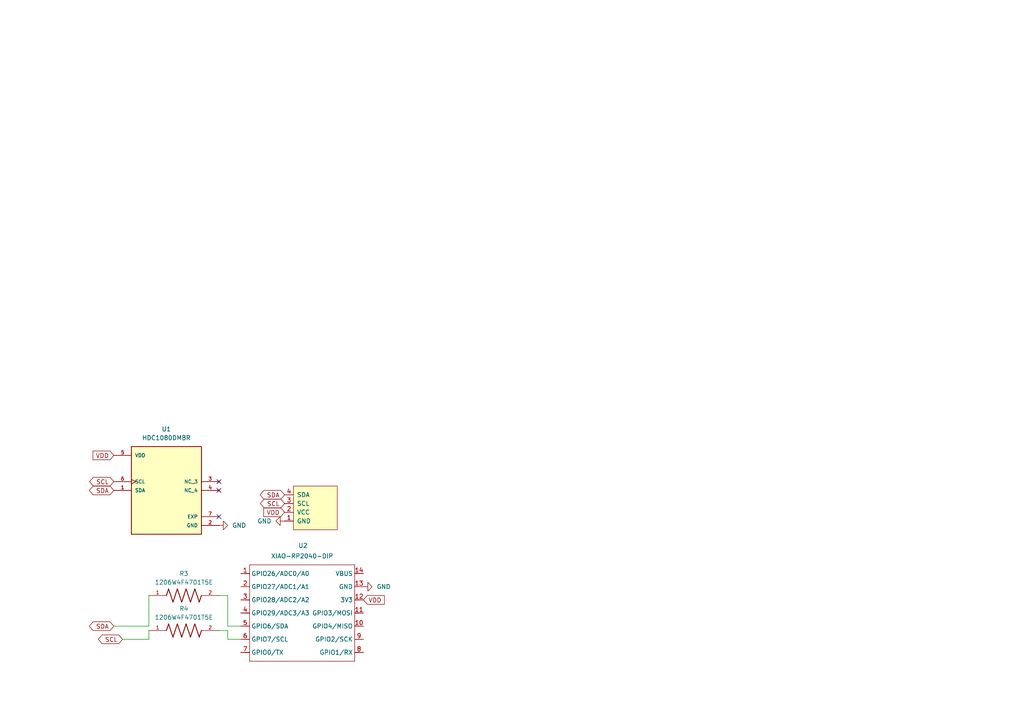
<source format=kicad_sch>
(kicad_sch
	(version 20250114)
	(generator "eeschema")
	(generator_version "9.0")
	(uuid "a192829c-83aa-4da7-8796-2d271751e59e")
	(paper "A4")
	(lib_symbols
		(symbol "SSD1306-128x64_OLED:SSD1306"
			(pin_names
				(offset 1.016)
			)
			(exclude_from_sim no)
			(in_bom yes)
			(on_board yes)
			(property "Reference" "Brd"
				(at 0 -3.81 0)
				(effects
					(font
						(size 1.27 1.27)
					)
				)
			)
			(property "Value" "SSD1306"
				(at 0 -1.27 0)
				(effects
					(font
						(size 1.27 1.27)
					)
				)
			)
			(property "Footprint" ""
				(at 0 6.35 0)
				(effects
					(font
						(size 1.27 1.27)
					)
					(hide yes)
				)
			)
			(property "Datasheet" ""
				(at 0 6.35 0)
				(effects
					(font
						(size 1.27 1.27)
					)
					(hide yes)
				)
			)
			(property "Description" "SSD1306 OLED"
				(at 0 0 0)
				(effects
					(font
						(size 1.27 1.27)
					)
					(hide yes)
				)
			)
			(property "ki_keywords" "SSD1306"
				(at 0 0 0)
				(effects
					(font
						(size 1.27 1.27)
					)
					(hide yes)
				)
			)
			(property "ki_fp_filters" "SSD1306-128x64_OLED:SSD1306"
				(at 0 0 0)
				(effects
					(font
						(size 1.27 1.27)
					)
					(hide yes)
				)
			)
			(symbol "SSD1306_0_1"
				(rectangle
					(start -6.35 6.35)
					(end 6.35 -6.35)
					(stroke
						(width 0)
						(type solid)
					)
					(fill
						(type background)
					)
				)
			)
			(symbol "SSD1306_1_1"
				(pin input line
					(at -3.81 8.89 270)
					(length 2.54)
					(name "GND"
						(effects
							(font
								(size 1.27 1.27)
							)
						)
					)
					(number "1"
						(effects
							(font
								(size 1.27 1.27)
							)
						)
					)
				)
				(pin input line
					(at -1.27 8.89 270)
					(length 2.54)
					(name "VCC"
						(effects
							(font
								(size 1.27 1.27)
							)
						)
					)
					(number "2"
						(effects
							(font
								(size 1.27 1.27)
							)
						)
					)
				)
				(pin input line
					(at 1.27 8.89 270)
					(length 2.54)
					(name "SCL"
						(effects
							(font
								(size 1.27 1.27)
							)
						)
					)
					(number "3"
						(effects
							(font
								(size 1.27 1.27)
							)
						)
					)
				)
				(pin input line
					(at 3.81 8.89 270)
					(length 2.54)
					(name "SDA"
						(effects
							(font
								(size 1.27 1.27)
							)
						)
					)
					(number "4"
						(effects
							(font
								(size 1.27 1.27)
							)
						)
					)
				)
			)
			(embedded_fonts no)
		)
		(symbol "Seeed_Studio_XIAO_Series:XIAO-RP2040-DIP"
			(exclude_from_sim no)
			(in_bom yes)
			(on_board yes)
			(property "Reference" "U"
				(at 0 0 0)
				(effects
					(font
						(size 1.27 1.27)
					)
				)
			)
			(property "Value" "XIAO-RP2040-DIP"
				(at 5.334 -1.778 0)
				(effects
					(font
						(size 1.27 1.27)
					)
				)
			)
			(property "Footprint" "Module:MOUDLE14P-XIAO-DIP-SMD"
				(at 14.478 -32.258 0)
				(effects
					(font
						(size 1.27 1.27)
					)
					(hide yes)
				)
			)
			(property "Datasheet" ""
				(at 0 0 0)
				(effects
					(font
						(size 1.27 1.27)
					)
					(hide yes)
				)
			)
			(property "Description" ""
				(at 0 0 0)
				(effects
					(font
						(size 1.27 1.27)
					)
					(hide yes)
				)
			)
			(symbol "XIAO-RP2040-DIP_1_0"
				(polyline
					(pts
						(xy -1.27 -2.54) (xy 29.21 -2.54)
					)
					(stroke
						(width 0.1524)
						(type solid)
					)
					(fill
						(type none)
					)
				)
				(polyline
					(pts
						(xy -1.27 -5.08) (xy -2.54 -5.08)
					)
					(stroke
						(width 0.1524)
						(type solid)
					)
					(fill
						(type none)
					)
				)
				(polyline
					(pts
						(xy -1.27 -5.08) (xy -1.27 -2.54)
					)
					(stroke
						(width 0.1524)
						(type solid)
					)
					(fill
						(type none)
					)
				)
				(polyline
					(pts
						(xy -1.27 -8.89) (xy -2.54 -8.89)
					)
					(stroke
						(width 0.1524)
						(type solid)
					)
					(fill
						(type none)
					)
				)
				(polyline
					(pts
						(xy -1.27 -8.89) (xy -1.27 -5.08)
					)
					(stroke
						(width 0.1524)
						(type solid)
					)
					(fill
						(type none)
					)
				)
				(polyline
					(pts
						(xy -1.27 -12.7) (xy -2.54 -12.7)
					)
					(stroke
						(width 0.1524)
						(type solid)
					)
					(fill
						(type none)
					)
				)
				(polyline
					(pts
						(xy -1.27 -12.7) (xy -1.27 -8.89)
					)
					(stroke
						(width 0.1524)
						(type solid)
					)
					(fill
						(type none)
					)
				)
				(polyline
					(pts
						(xy -1.27 -16.51) (xy -2.54 -16.51)
					)
					(stroke
						(width 0.1524)
						(type solid)
					)
					(fill
						(type none)
					)
				)
				(polyline
					(pts
						(xy -1.27 -16.51) (xy -1.27 -12.7)
					)
					(stroke
						(width 0.1524)
						(type solid)
					)
					(fill
						(type none)
					)
				)
				(polyline
					(pts
						(xy -1.27 -20.32) (xy -2.54 -20.32)
					)
					(stroke
						(width 0.1524)
						(type solid)
					)
					(fill
						(type none)
					)
				)
				(polyline
					(pts
						(xy -1.27 -24.13) (xy -2.54 -24.13)
					)
					(stroke
						(width 0.1524)
						(type solid)
					)
					(fill
						(type none)
					)
				)
				(polyline
					(pts
						(xy -1.27 -27.94) (xy -2.54 -27.94)
					)
					(stroke
						(width 0.1524)
						(type solid)
					)
					(fill
						(type none)
					)
				)
				(polyline
					(pts
						(xy -1.27 -30.48) (xy -1.27 -16.51)
					)
					(stroke
						(width 0.1524)
						(type solid)
					)
					(fill
						(type none)
					)
				)
				(polyline
					(pts
						(xy 29.21 -2.54) (xy 29.21 -5.08)
					)
					(stroke
						(width 0.1524)
						(type solid)
					)
					(fill
						(type none)
					)
				)
				(polyline
					(pts
						(xy 29.21 -5.08) (xy 29.21 -8.89)
					)
					(stroke
						(width 0.1524)
						(type solid)
					)
					(fill
						(type none)
					)
				)
				(polyline
					(pts
						(xy 29.21 -8.89) (xy 29.21 -12.7)
					)
					(stroke
						(width 0.1524)
						(type solid)
					)
					(fill
						(type none)
					)
				)
				(polyline
					(pts
						(xy 29.21 -12.7) (xy 29.21 -30.48)
					)
					(stroke
						(width 0.1524)
						(type solid)
					)
					(fill
						(type none)
					)
				)
				(polyline
					(pts
						(xy 29.21 -30.48) (xy -1.27 -30.48)
					)
					(stroke
						(width 0.1524)
						(type solid)
					)
					(fill
						(type none)
					)
				)
				(polyline
					(pts
						(xy 30.48 -5.08) (xy 29.21 -5.08)
					)
					(stroke
						(width 0.1524)
						(type solid)
					)
					(fill
						(type none)
					)
				)
				(polyline
					(pts
						(xy 30.48 -8.89) (xy 29.21 -8.89)
					)
					(stroke
						(width 0.1524)
						(type solid)
					)
					(fill
						(type none)
					)
				)
				(polyline
					(pts
						(xy 30.48 -12.7) (xy 29.21 -12.7)
					)
					(stroke
						(width 0.1524)
						(type solid)
					)
					(fill
						(type none)
					)
				)
				(polyline
					(pts
						(xy 30.48 -16.51) (xy 29.21 -16.51)
					)
					(stroke
						(width 0.1524)
						(type solid)
					)
					(fill
						(type none)
					)
				)
				(polyline
					(pts
						(xy 30.48 -20.32) (xy 29.21 -20.32)
					)
					(stroke
						(width 0.1524)
						(type solid)
					)
					(fill
						(type none)
					)
				)
				(polyline
					(pts
						(xy 30.48 -24.13) (xy 29.21 -24.13)
					)
					(stroke
						(width 0.1524)
						(type solid)
					)
					(fill
						(type none)
					)
				)
				(polyline
					(pts
						(xy 30.48 -27.94) (xy 29.21 -27.94)
					)
					(stroke
						(width 0.1524)
						(type solid)
					)
					(fill
						(type none)
					)
				)
				(pin passive line
					(at -3.81 -5.08 0)
					(length 2.54)
					(name "GPIO26/ADC0/A0"
						(effects
							(font
								(size 1.27 1.27)
							)
						)
					)
					(number "1"
						(effects
							(font
								(size 1.27 1.27)
							)
						)
					)
				)
				(pin passive line
					(at -3.81 -8.89 0)
					(length 2.54)
					(name "GPIO27/ADC1/A1"
						(effects
							(font
								(size 1.27 1.27)
							)
						)
					)
					(number "2"
						(effects
							(font
								(size 1.27 1.27)
							)
						)
					)
				)
				(pin passive line
					(at -3.81 -12.7 0)
					(length 2.54)
					(name "GPIO28/ADC2/A2"
						(effects
							(font
								(size 1.27 1.27)
							)
						)
					)
					(number "3"
						(effects
							(font
								(size 1.27 1.27)
							)
						)
					)
				)
				(pin passive line
					(at -3.81 -16.51 0)
					(length 2.54)
					(name "GPIO29/ADC3/A3"
						(effects
							(font
								(size 1.27 1.27)
							)
						)
					)
					(number "4"
						(effects
							(font
								(size 1.27 1.27)
							)
						)
					)
				)
				(pin passive line
					(at -3.81 -20.32 0)
					(length 2.54)
					(name "GPIO6/SDA"
						(effects
							(font
								(size 1.27 1.27)
							)
						)
					)
					(number "5"
						(effects
							(font
								(size 1.27 1.27)
							)
						)
					)
				)
				(pin passive line
					(at -3.81 -24.13 0)
					(length 2.54)
					(name "GPIO7/SCL"
						(effects
							(font
								(size 1.27 1.27)
							)
						)
					)
					(number "6"
						(effects
							(font
								(size 1.27 1.27)
							)
						)
					)
				)
				(pin passive line
					(at -3.81 -27.94 0)
					(length 2.54)
					(name "GPIO0/TX"
						(effects
							(font
								(size 1.27 1.27)
							)
						)
					)
					(number "7"
						(effects
							(font
								(size 1.27 1.27)
							)
						)
					)
				)
				(pin passive line
					(at 31.75 -5.08 180)
					(length 2.54)
					(name "VBUS"
						(effects
							(font
								(size 1.27 1.27)
							)
						)
					)
					(number "14"
						(effects
							(font
								(size 1.27 1.27)
							)
						)
					)
				)
				(pin passive line
					(at 31.75 -8.89 180)
					(length 2.54)
					(name "GND"
						(effects
							(font
								(size 1.27 1.27)
							)
						)
					)
					(number "13"
						(effects
							(font
								(size 1.27 1.27)
							)
						)
					)
				)
				(pin passive line
					(at 31.75 -12.7 180)
					(length 2.54)
					(name "3V3"
						(effects
							(font
								(size 1.27 1.27)
							)
						)
					)
					(number "12"
						(effects
							(font
								(size 1.27 1.27)
							)
						)
					)
				)
				(pin passive line
					(at 31.75 -16.51 180)
					(length 2.54)
					(name "GPIO3/MOSI"
						(effects
							(font
								(size 1.27 1.27)
							)
						)
					)
					(number "11"
						(effects
							(font
								(size 1.27 1.27)
							)
						)
					)
				)
				(pin passive line
					(at 31.75 -20.32 180)
					(length 2.54)
					(name "GPIO4/MISO"
						(effects
							(font
								(size 1.27 1.27)
							)
						)
					)
					(number "10"
						(effects
							(font
								(size 1.27 1.27)
							)
						)
					)
				)
				(pin passive line
					(at 31.75 -24.13 180)
					(length 2.54)
					(name "GPIO2/SCK"
						(effects
							(font
								(size 1.27 1.27)
							)
						)
					)
					(number "9"
						(effects
							(font
								(size 1.27 1.27)
							)
						)
					)
				)
				(pin passive line
					(at 31.75 -27.94 180)
					(length 2.54)
					(name "GPIO1/RX"
						(effects
							(font
								(size 1.27 1.27)
							)
						)
					)
					(number "8"
						(effects
							(font
								(size 1.27 1.27)
							)
						)
					)
				)
			)
			(embedded_fonts no)
		)
		(symbol "eeeeeeeeeeee:HDC1080DMBR"
			(pin_names
				(offset 1.016)
			)
			(exclude_from_sim no)
			(in_bom yes)
			(on_board yes)
			(property "Reference" "U"
				(at -10.16 13.97 0)
				(effects
					(font
						(size 1.27 1.27)
					)
					(justify left bottom)
				)
			)
			(property "Value" "HDC1080DMBR"
				(at -10.16 -15.24 0)
				(effects
					(font
						(size 1.27 1.27)
					)
					(justify left bottom)
				)
			)
			(property "Footprint" "HDC1080DMBR:SON100P300X300X80-7N"
				(at 0 0 0)
				(effects
					(font
						(size 1.27 1.27)
					)
					(justify bottom)
					(hide yes)
				)
			)
			(property "Datasheet" ""
				(at 0 0 0)
				(effects
					(font
						(size 1.27 1.27)
					)
					(hide yes)
				)
			)
			(property "Description" ""
				(at 0 0 0)
				(effects
					(font
						(size 1.27 1.27)
					)
					(hide yes)
				)
			)
			(property "MF" "Texas Instruments"
				(at 0 0 0)
				(effects
					(font
						(size 1.27 1.27)
					)
					(justify bottom)
					(hide yes)
				)
			)
			(property "MAXIMUM_PACKAGE_HEIGHT" "0.8 mm"
				(at 0 0 0)
				(effects
					(font
						(size 1.27 1.27)
					)
					(justify bottom)
					(hide yes)
				)
			)
			(property "Package" "WSON-6 Texas Instruments"
				(at 0 0 0)
				(effects
					(font
						(size 1.27 1.27)
					)
					(justify bottom)
					(hide yes)
				)
			)
			(property "Price" "None"
				(at 0 0 0)
				(effects
					(font
						(size 1.27 1.27)
					)
					(justify bottom)
					(hide yes)
				)
			)
			(property "Check_prices" "https://www.snapeda.com/parts/HDC1080DMBR/Texas+Instruments/view-part/?ref=eda"
				(at 0 0 0)
				(effects
					(font
						(size 1.27 1.27)
					)
					(justify bottom)
					(hide yes)
				)
			)
			(property "STANDARD" "Manufacturer Recommendations"
				(at 0 0 0)
				(effects
					(font
						(size 1.27 1.27)
					)
					(justify bottom)
					(hide yes)
				)
			)
			(property "PARTREV" "A"
				(at 0 0 0)
				(effects
					(font
						(size 1.27 1.27)
					)
					(justify bottom)
					(hide yes)
				)
			)
			(property "SnapEDA_Link" "https://www.snapeda.com/parts/HDC1080DMBR/Texas+Instruments/view-part/?ref=snap"
				(at 0 0 0)
				(effects
					(font
						(size 1.27 1.27)
					)
					(justify bottom)
					(hide yes)
				)
			)
			(property "MP" "HDC1080DMBR"
				(at 0 0 0)
				(effects
					(font
						(size 1.27 1.27)
					)
					(justify bottom)
					(hide yes)
				)
			)
			(property "Description_1" "2% RH low-power digital relative humidity sensor"
				(at 0 0 0)
				(effects
					(font
						(size 1.27 1.27)
					)
					(justify bottom)
					(hide yes)
				)
			)
			(property "Availability" "In Stock"
				(at 0 0 0)
				(effects
					(font
						(size 1.27 1.27)
					)
					(justify bottom)
					(hide yes)
				)
			)
			(property "MANUFACTURER" "Texas Instruments"
				(at 0 0 0)
				(effects
					(font
						(size 1.27 1.27)
					)
					(justify bottom)
					(hide yes)
				)
			)
			(symbol "HDC1080DMBR_0_0"
				(rectangle
					(start -10.16 -12.7)
					(end 10.16 12.7)
					(stroke
						(width 0.254)
						(type default)
					)
					(fill
						(type background)
					)
				)
				(pin power_in line
					(at -15.24 10.16 0)
					(length 5.08)
					(name "VDD"
						(effects
							(font
								(size 1.016 1.016)
							)
						)
					)
					(number "5"
						(effects
							(font
								(size 1.016 1.016)
							)
						)
					)
				)
				(pin input clock
					(at -15.24 2.54 0)
					(length 5.08)
					(name "SCL"
						(effects
							(font
								(size 1.016 1.016)
							)
						)
					)
					(number "6"
						(effects
							(font
								(size 1.016 1.016)
							)
						)
					)
				)
				(pin bidirectional line
					(at -15.24 0 0)
					(length 5.08)
					(name "SDA"
						(effects
							(font
								(size 1.016 1.016)
							)
						)
					)
					(number "1"
						(effects
							(font
								(size 1.016 1.016)
							)
						)
					)
				)
				(pin no_connect line
					(at 15.24 2.54 180)
					(length 5.08)
					(name "NC_3"
						(effects
							(font
								(size 1.016 1.016)
							)
						)
					)
					(number "3"
						(effects
							(font
								(size 1.016 1.016)
							)
						)
					)
				)
				(pin no_connect line
					(at 15.24 0 180)
					(length 5.08)
					(name "NC_4"
						(effects
							(font
								(size 1.016 1.016)
							)
						)
					)
					(number "4"
						(effects
							(font
								(size 1.016 1.016)
							)
						)
					)
				)
				(pin passive line
					(at 15.24 -7.62 180)
					(length 5.08)
					(name "EXP"
						(effects
							(font
								(size 1.016 1.016)
							)
						)
					)
					(number "7"
						(effects
							(font
								(size 1.016 1.016)
							)
						)
					)
				)
				(pin power_in line
					(at 15.24 -10.16 180)
					(length 5.08)
					(name "GND"
						(effects
							(font
								(size 1.016 1.016)
							)
						)
					)
					(number "2"
						(effects
							(font
								(size 1.016 1.016)
							)
						)
					)
				)
			)
			(embedded_fonts no)
		)
		(symbol "gra:1206W4F4701T5E"
			(pin_names
				(offset 1.016)
			)
			(exclude_from_sim no)
			(in_bom yes)
			(on_board yes)
			(property "Reference" "R"
				(at -5.08 2.54 0)
				(effects
					(font
						(size 1.27 1.27)
					)
					(justify left bottom)
				)
			)
			(property "Value" "1206W4F4701T5E"
				(at -5.08 -3.81 0)
				(effects
					(font
						(size 1.27 1.27)
					)
					(justify left bottom)
				)
			)
			(property "Footprint" "1206W4F4701T5E:RESC3115X65N"
				(at 0 0 0)
				(effects
					(font
						(size 1.27 1.27)
					)
					(justify bottom)
					(hide yes)
				)
			)
			(property "Datasheet" ""
				(at 0 0 0)
				(effects
					(font
						(size 1.27 1.27)
					)
					(hide yes)
				)
			)
			(property "Description" ""
				(at 0 0 0)
				(effects
					(font
						(size 1.27 1.27)
					)
					(hide yes)
				)
			)
			(property "MF" "Uni-Royal"
				(at 0 0 0)
				(effects
					(font
						(size 1.27 1.27)
					)
					(justify bottom)
					(hide yes)
				)
			)
			(property "MAXIMUM_PACKAGE_HEIGHT" "0.65mm"
				(at 0 0 0)
				(effects
					(font
						(size 1.27 1.27)
					)
					(justify bottom)
					(hide yes)
				)
			)
			(property "Package" "1206-2 ROYAL"
				(at 0 0 0)
				(effects
					(font
						(size 1.27 1.27)
					)
					(justify bottom)
					(hide yes)
				)
			)
			(property "Price" "None"
				(at 0 0 0)
				(effects
					(font
						(size 1.27 1.27)
					)
					(justify bottom)
					(hide yes)
				)
			)
			(property "Check_prices" "https://www.snapeda.com/parts/1206W4F4701T5E/Uni-Royal/view-part/?ref=eda"
				(at 0 0 0)
				(effects
					(font
						(size 1.27 1.27)
					)
					(justify bottom)
					(hide yes)
				)
			)
			(property "STANDARD" "IPC-7351B"
				(at 0 0 0)
				(effects
					(font
						(size 1.27 1.27)
					)
					(justify bottom)
					(hide yes)
				)
			)
			(property "PARTREV" "V3"
				(at 0 0 0)
				(effects
					(font
						(size 1.27 1.27)
					)
					(justify bottom)
					(hide yes)
				)
			)
			(property "SnapEDA_Link" "https://www.snapeda.com/parts/1206W4F4701T5E/Uni-Royal/view-part/?ref=snap"
				(at 0 0 0)
				(effects
					(font
						(size 1.27 1.27)
					)
					(justify bottom)
					(hide yes)
				)
			)
			(property "MP" "1206W4F4701T5E"
				(at 0 0 0)
				(effects
					(font
						(size 1.27 1.27)
					)
					(justify bottom)
					(hide yes)
				)
			)
			(property "Description_1" "4.7K Ohm 1/4W Thick Film Resistor 1206 Chip - Surface Mount"
				(at 0 0 0)
				(effects
					(font
						(size 1.27 1.27)
					)
					(justify bottom)
					(hide yes)
				)
			)
			(property "Availability" "Not in stock"
				(at 0 0 0)
				(effects
					(font
						(size 1.27 1.27)
					)
					(justify bottom)
					(hide yes)
				)
			)
			(property "MANUFACTURER" "Uni-Royal"
				(at 0 0 0)
				(effects
					(font
						(size 1.27 1.27)
					)
					(justify bottom)
					(hide yes)
				)
			)
			(symbol "1206W4F4701T5E_0_0"
				(polyline
					(pts
						(xy -5.08 0) (xy -4.445 1.905)
					)
					(stroke
						(width 0.254)
						(type default)
					)
					(fill
						(type none)
					)
				)
				(polyline
					(pts
						(xy -4.445 1.905) (xy -3.175 -1.905)
					)
					(stroke
						(width 0.254)
						(type default)
					)
					(fill
						(type none)
					)
				)
				(polyline
					(pts
						(xy -3.175 -1.905) (xy -1.905 1.905)
					)
					(stroke
						(width 0.254)
						(type default)
					)
					(fill
						(type none)
					)
				)
				(polyline
					(pts
						(xy -1.905 1.905) (xy -0.635 -1.905)
					)
					(stroke
						(width 0.254)
						(type default)
					)
					(fill
						(type none)
					)
				)
				(polyline
					(pts
						(xy -0.635 -1.905) (xy 0.635 1.905)
					)
					(stroke
						(width 0.254)
						(type default)
					)
					(fill
						(type none)
					)
				)
				(polyline
					(pts
						(xy 0.635 1.905) (xy 1.905 -1.905)
					)
					(stroke
						(width 0.254)
						(type default)
					)
					(fill
						(type none)
					)
				)
				(polyline
					(pts
						(xy 1.905 -1.905) (xy 3.175 1.905)
					)
					(stroke
						(width 0.254)
						(type default)
					)
					(fill
						(type none)
					)
				)
				(polyline
					(pts
						(xy 3.175 1.905) (xy 4.445 -1.905)
					)
					(stroke
						(width 0.254)
						(type default)
					)
					(fill
						(type none)
					)
				)
				(polyline
					(pts
						(xy 4.445 -1.905) (xy 5.08 0)
					)
					(stroke
						(width 0.254)
						(type default)
					)
					(fill
						(type none)
					)
				)
				(pin passive line
					(at -10.16 0 0)
					(length 5.08)
					(name "~"
						(effects
							(font
								(size 1.016 1.016)
							)
						)
					)
					(number "1"
						(effects
							(font
								(size 1.016 1.016)
							)
						)
					)
				)
				(pin passive line
					(at 10.16 0 180)
					(length 5.08)
					(name "~"
						(effects
							(font
								(size 1.016 1.016)
							)
						)
					)
					(number "2"
						(effects
							(font
								(size 1.016 1.016)
							)
						)
					)
				)
			)
			(embedded_fonts no)
		)
		(symbol "power:GND"
			(power)
			(pin_numbers
				(hide yes)
			)
			(pin_names
				(offset 0)
				(hide yes)
			)
			(exclude_from_sim no)
			(in_bom yes)
			(on_board yes)
			(property "Reference" "#PWR"
				(at 0 -6.35 0)
				(effects
					(font
						(size 1.27 1.27)
					)
					(hide yes)
				)
			)
			(property "Value" "GND"
				(at 0 -3.81 0)
				(effects
					(font
						(size 1.27 1.27)
					)
				)
			)
			(property "Footprint" ""
				(at 0 0 0)
				(effects
					(font
						(size 1.27 1.27)
					)
					(hide yes)
				)
			)
			(property "Datasheet" ""
				(at 0 0 0)
				(effects
					(font
						(size 1.27 1.27)
					)
					(hide yes)
				)
			)
			(property "Description" "Power symbol creates a global label with name \"GND\" , ground"
				(at 0 0 0)
				(effects
					(font
						(size 1.27 1.27)
					)
					(hide yes)
				)
			)
			(property "ki_keywords" "global power"
				(at 0 0 0)
				(effects
					(font
						(size 1.27 1.27)
					)
					(hide yes)
				)
			)
			(symbol "GND_0_1"
				(polyline
					(pts
						(xy 0 0) (xy 0 -1.27) (xy 1.27 -1.27) (xy 0 -2.54) (xy -1.27 -1.27) (xy 0 -1.27)
					)
					(stroke
						(width 0)
						(type default)
					)
					(fill
						(type none)
					)
				)
			)
			(symbol "GND_1_1"
				(pin power_in line
					(at 0 0 270)
					(length 0)
					(name "~"
						(effects
							(font
								(size 1.27 1.27)
							)
						)
					)
					(number "1"
						(effects
							(font
								(size 1.27 1.27)
							)
						)
					)
				)
			)
			(embedded_fonts no)
		)
	)
	(no_connect
		(at 63.5 149.86)
		(uuid "2fed03b4-0972-41fe-ae14-f7e7d9d43ad3")
	)
	(no_connect
		(at 63.5 139.7)
		(uuid "9a378e66-e967-4a5f-b0c8-b6567bfc4027")
	)
	(no_connect
		(at 63.5 142.24)
		(uuid "ae0d0cee-08cb-4466-9383-4402ade3ad43")
	)
	(wire
		(pts
			(xy 63.5 172.72) (xy 66.04 172.72)
		)
		(stroke
			(width 0)
			(type default)
		)
		(uuid "14ddf993-4d4a-458c-95d6-1b7c79feb976")
	)
	(wire
		(pts
			(xy 43.18 181.61) (xy 33.02 181.61)
		)
		(stroke
			(width 0)
			(type default)
		)
		(uuid "1a53378f-6011-45cb-a233-0b9fda642e82")
	)
	(wire
		(pts
			(xy 66.04 185.42) (xy 69.85 185.42)
		)
		(stroke
			(width 0)
			(type default)
		)
		(uuid "249615e9-4423-4560-9270-3a481169a23f")
	)
	(wire
		(pts
			(xy 63.5 182.88) (xy 66.04 182.88)
		)
		(stroke
			(width 0)
			(type default)
		)
		(uuid "422a2fe5-27d7-425f-9e81-8839c2adca7d")
	)
	(wire
		(pts
			(xy 43.18 182.88) (xy 43.18 185.42)
		)
		(stroke
			(width 0)
			(type default)
		)
		(uuid "496100b7-19c3-4217-920e-64b27fe20749")
	)
	(wire
		(pts
			(xy 66.04 172.72) (xy 66.04 181.61)
		)
		(stroke
			(width 0)
			(type default)
		)
		(uuid "990932dd-3af2-4ad0-b7ff-7bb608115ce9")
	)
	(wire
		(pts
			(xy 66.04 181.61) (xy 69.85 181.61)
		)
		(stroke
			(width 0)
			(type default)
		)
		(uuid "ab85c39d-8f46-45f8-b431-3567cdf18f5f")
	)
	(wire
		(pts
			(xy 66.04 182.88) (xy 66.04 185.42)
		)
		(stroke
			(width 0)
			(type default)
		)
		(uuid "bf3f1794-be43-47a6-ae80-0bf489b41eb2")
	)
	(wire
		(pts
			(xy 43.18 185.42) (xy 35.56 185.42)
		)
		(stroke
			(width 0)
			(type default)
		)
		(uuid "d344b884-738f-420b-910c-98c1c9acb4e1")
	)
	(wire
		(pts
			(xy 43.18 172.72) (xy 43.18 181.61)
		)
		(stroke
			(width 0)
			(type default)
		)
		(uuid "f60341e3-39a7-4886-8e43-ebe5ccc2187d")
	)
	(global_label "SDA"
		(shape bidirectional)
		(at 33.02 181.61 180)
		(effects
			(font
				(size 1.27 1.27)
			)
			(justify right)
		)
		(uuid "360449fb-8c93-4e15-bc75-14d84cd9ec1e")
		(property "Intersheetrefs" "${INTERSHEET_REFS}"
			(at 33.02 181.61 0)
			(effects
				(font
					(size 1.27 1.27)
				)
				(hide yes)
			)
		)
	)
	(global_label "VDD"
		(shape input)
		(at 33.02 132.08 180)
		(effects
			(font
				(size 1.27 1.27)
			)
			(justify right)
		)
		(uuid "3821f196-be93-4946-acdc-0b661e1ffbcd")
		(property "Intersheetrefs" "${INTERSHEET_REFS}"
			(at 33.02 132.08 0)
			(effects
				(font
					(size 1.27 1.27)
				)
				(hide yes)
			)
		)
	)
	(global_label "SCL"
		(shape bidirectional)
		(at 33.02 139.7 180)
		(effects
			(font
				(size 1.27 1.27)
			)
			(justify right)
		)
		(uuid "659b547f-e8aa-4682-8928-9f86cb2bd180")
		(property "Intersheetrefs" "${INTERSHEET_REFS}"
			(at 33.02 139.7 0)
			(effects
				(font
					(size 1.27 1.27)
				)
				(hide yes)
			)
		)
	)
	(global_label "VDD"
		(shape input)
		(at 82.55 148.59 180)
		(effects
			(font
				(size 1.27 1.27)
			)
			(justify right)
		)
		(uuid "6af5e70b-6c85-4a8a-86fc-8f765eaca257")
		(property "Intersheetrefs" "${INTERSHEET_REFS}"
			(at 82.55 148.59 0)
			(effects
				(font
					(size 1.27 1.27)
				)
				(hide yes)
			)
		)
	)
	(global_label "SCL"
		(shape bidirectional)
		(at 35.56 185.42 180)
		(effects
			(font
				(size 1.27 1.27)
			)
			(justify right)
		)
		(uuid "87728742-de61-4f65-b140-9514d3fccb10")
		(property "Intersheetrefs" "${INTERSHEET_REFS}"
			(at 35.56 185.42 0)
			(effects
				(font
					(size 1.27 1.27)
				)
				(hide yes)
			)
		)
	)
	(global_label "VDD"
		(shape input)
		(at 105.41 173.99 0)
		(effects
			(font
				(size 1.27 1.27)
			)
			(justify left)
		)
		(uuid "a4055115-dd00-48ae-b6be-e3a6089a2fc9")
		(property "Intersheetrefs" "${INTERSHEET_REFS}"
			(at 105.41 173.99 0)
			(effects
				(font
					(size 1.27 1.27)
				)
				(hide yes)
			)
		)
	)
	(global_label "SDA"
		(shape bidirectional)
		(at 82.55 143.51 180)
		(effects
			(font
				(size 1.27 1.27)
			)
			(justify right)
		)
		(uuid "bc105ef2-6d95-43f0-98de-ab949dce8297")
		(property "Intersheetrefs" "${INTERSHEET_REFS}"
			(at 82.55 143.51 0)
			(effects
				(font
					(size 1.27 1.27)
				)
				(hide yes)
			)
		)
	)
	(global_label "SCL"
		(shape bidirectional)
		(at 82.55 146.05 180)
		(effects
			(font
				(size 1.27 1.27)
			)
			(justify right)
		)
		(uuid "c75f9a24-d2ad-44ed-8b1d-cf261f8fc349")
		(property "Intersheetrefs" "${INTERSHEET_REFS}"
			(at 82.55 146.05 0)
			(effects
				(font
					(size 1.27 1.27)
				)
				(hide yes)
			)
		)
	)
	(global_label "SDA"
		(shape bidirectional)
		(at 33.02 142.24 180)
		(effects
			(font
				(size 1.27 1.27)
			)
			(justify right)
		)
		(uuid "dc57d26a-f941-4f12-95cd-5979a2e61fb4")
		(property "Intersheetrefs" "${INTERSHEET_REFS}"
			(at 33.02 142.24 0)
			(effects
				(font
					(size 1.27 1.27)
				)
				(hide yes)
			)
		)
	)
	(symbol
		(lib_id "Seeed_Studio_XIAO_Series:XIAO-RP2040-DIP")
		(at 73.66 161.29 0)
		(unit 1)
		(exclude_from_sim no)
		(in_bom yes)
		(on_board yes)
		(dnp no)
		(uuid "2f6ebbe2-4552-4a61-a424-912af7195840")
		(property "Reference" "U2"
			(at 87.884 158.242 0)
			(effects
				(font
					(size 1.27 1.27)
				)
			)
		)
		(property "Value" "XIAO-RP2040-DIP"
			(at 87.63 161.29 0)
			(effects
				(font
					(size 1.27 1.27)
				)
			)
		)
		(property "Footprint" "2:XIAO-RP2040-DIP"
			(at 88.138 193.548 0)
			(effects
				(font
					(size 1.27 1.27)
				)
				(hide yes)
			)
		)
		(property "Datasheet" ""
			(at 73.66 161.29 0)
			(effects
				(font
					(size 1.27 1.27)
				)
				(hide yes)
			)
		)
		(property "Description" ""
			(at 73.66 161.29 0)
			(effects
				(font
					(size 1.27 1.27)
				)
				(hide yes)
			)
		)
		(pin "13"
			(uuid "fe323ea8-2d0a-4671-846e-91f94eceb418")
		)
		(pin "8"
			(uuid "7b230230-1325-42e7-90ed-17c538511e46")
		)
		(pin "10"
			(uuid "1d68ea7e-84b7-480f-a987-e99e6d93eb82")
		)
		(pin "9"
			(uuid "2bd5a166-1980-4914-845f-80ffcccab465")
		)
		(pin "12"
			(uuid "26c43b1d-ee1d-4dde-83be-8ea1c9ef5ad8")
		)
		(pin "11"
			(uuid "70b20331-a951-4198-a8ac-14b1cec81e64")
		)
		(pin "3"
			(uuid "df464140-dd75-4695-9f6d-9171a2dea3b4")
		)
		(pin "1"
			(uuid "35d333e9-5b7a-4179-a9cd-8d274d6af741")
		)
		(pin "5"
			(uuid "943b6765-ee70-451a-9d6f-828633835df7")
		)
		(pin "6"
			(uuid "e5478ec1-2b0b-4aa0-a8bf-707042b2d47a")
		)
		(pin "2"
			(uuid "0783da8e-6b8a-4291-857e-415a1746a044")
		)
		(pin "7"
			(uuid "d395e604-ac71-49fe-932a-3c5389468a26")
		)
		(pin "4"
			(uuid "eeb364c0-ca47-4f4f-9599-4d5b39b1d8bf")
		)
		(pin "14"
			(uuid "393e205f-328b-4c07-8514-ed18b0d3dbb8")
		)
		(instances
			(project ""
				(path "/a192829c-83aa-4da7-8796-2d271751e59e"
					(reference "U2")
					(unit 1)
				)
			)
		)
	)
	(symbol
		(lib_id "gra:1206W4F4701T5E")
		(at 53.34 182.88 0)
		(unit 1)
		(exclude_from_sim no)
		(in_bom yes)
		(on_board yes)
		(dnp no)
		(fields_autoplaced yes)
		(uuid "45f60e46-3db4-471c-bc0e-44b26286ad42")
		(property "Reference" "R4"
			(at 53.34 176.53 0)
			(effects
				(font
					(size 1.27 1.27)
				)
			)
		)
		(property "Value" "1206W4F4701T5E"
			(at 53.34 179.07 0)
			(effects
				(font
					(size 1.27 1.27)
				)
			)
		)
		(property "Footprint" "res:RESC3115X65N"
			(at 53.34 182.88 0)
			(effects
				(font
					(size 1.27 1.27)
				)
				(justify bottom)
				(hide yes)
			)
		)
		(property "Datasheet" ""
			(at 53.34 182.88 0)
			(effects
				(font
					(size 1.27 1.27)
				)
				(hide yes)
			)
		)
		(property "Description" ""
			(at 53.34 182.88 0)
			(effects
				(font
					(size 1.27 1.27)
				)
				(hide yes)
			)
		)
		(property "MF" "Uni-Royal"
			(at 53.34 182.88 0)
			(effects
				(font
					(size 1.27 1.27)
				)
				(justify bottom)
				(hide yes)
			)
		)
		(property "MAXIMUM_PACKAGE_HEIGHT" "0.65mm"
			(at 53.34 182.88 0)
			(effects
				(font
					(size 1.27 1.27)
				)
				(justify bottom)
				(hide yes)
			)
		)
		(property "Package" "1206-2 ROYAL"
			(at 53.34 182.88 0)
			(effects
				(font
					(size 1.27 1.27)
				)
				(justify bottom)
				(hide yes)
			)
		)
		(property "Price" "None"
			(at 53.34 182.88 0)
			(effects
				(font
					(size 1.27 1.27)
				)
				(justify bottom)
				(hide yes)
			)
		)
		(property "Check_prices" "https://www.snapeda.com/parts/1206W4F4701T5E/Uni-Royal/view-part/?ref=eda"
			(at 53.34 182.88 0)
			(effects
				(font
					(size 1.27 1.27)
				)
				(justify bottom)
				(hide yes)
			)
		)
		(property "STANDARD" "IPC-7351B"
			(at 53.34 182.88 0)
			(effects
				(font
					(size 1.27 1.27)
				)
				(justify bottom)
				(hide yes)
			)
		)
		(property "PARTREV" "V3"
			(at 53.34 182.88 0)
			(effects
				(font
					(size 1.27 1.27)
				)
				(justify bottom)
				(hide yes)
			)
		)
		(property "SnapEDA_Link" "https://www.snapeda.com/parts/1206W4F4701T5E/Uni-Royal/view-part/?ref=snap"
			(at 53.34 182.88 0)
			(effects
				(font
					(size 1.27 1.27)
				)
				(justify bottom)
				(hide yes)
			)
		)
		(property "MP" "1206W4F4701T5E"
			(at 53.34 182.88 0)
			(effects
				(font
					(size 1.27 1.27)
				)
				(justify bottom)
				(hide yes)
			)
		)
		(property "Description_1" "4.7K Ohm 1/4W Thick Film Resistor 1206 Chip - Surface Mount"
			(at 53.34 182.88 0)
			(effects
				(font
					(size 1.27 1.27)
				)
				(justify bottom)
				(hide yes)
			)
		)
		(property "Availability" "Not in stock"
			(at 53.34 182.88 0)
			(effects
				(font
					(size 1.27 1.27)
				)
				(justify bottom)
				(hide yes)
			)
		)
		(property "MANUFACTURER" "Uni-Royal"
			(at 53.34 182.88 0)
			(effects
				(font
					(size 1.27 1.27)
				)
				(justify bottom)
				(hide yes)
			)
		)
		(pin "1"
			(uuid "36cc5308-d228-4590-827f-11ca142a7d2e")
		)
		(pin "2"
			(uuid "40a45feb-9a5a-4854-8412-04c3941ee452")
		)
		(instances
			(project ""
				(path "/a192829c-83aa-4da7-8796-2d271751e59e"
					(reference "R4")
					(unit 1)
				)
			)
		)
	)
	(symbol
		(lib_id "power:GND")
		(at 82.55 151.13 270)
		(unit 1)
		(exclude_from_sim no)
		(in_bom yes)
		(on_board yes)
		(dnp no)
		(fields_autoplaced yes)
		(uuid "7c471ef9-9194-4350-b1e3-41637fbdbaad")
		(property "Reference" "#PWR03"
			(at 76.2 151.13 0)
			(effects
				(font
					(size 1.27 1.27)
				)
				(hide yes)
			)
		)
		(property "Value" "GND"
			(at 78.74 151.1299 90)
			(effects
				(font
					(size 1.27 1.27)
				)
				(justify right)
			)
		)
		(property "Footprint" ""
			(at 82.55 151.13 0)
			(effects
				(font
					(size 1.27 1.27)
				)
				(hide yes)
			)
		)
		(property "Datasheet" ""
			(at 82.55 151.13 0)
			(effects
				(font
					(size 1.27 1.27)
				)
				(hide yes)
			)
		)
		(property "Description" "Power symbol creates a global label with name \"GND\" , ground"
			(at 82.55 151.13 0)
			(effects
				(font
					(size 1.27 1.27)
				)
				(hide yes)
			)
		)
		(pin "1"
			(uuid "f9c98bc4-b933-4a00-adfd-506de5f2e0fc")
		)
		(instances
			(project "SweatSnitch"
				(path "/a192829c-83aa-4da7-8796-2d271751e59e"
					(reference "#PWR03")
					(unit 1)
				)
			)
		)
	)
	(symbol
		(lib_id "eeeeeeeeeeee:HDC1080DMBR")
		(at 48.26 142.24 0)
		(unit 1)
		(exclude_from_sim no)
		(in_bom yes)
		(on_board yes)
		(dnp no)
		(fields_autoplaced yes)
		(uuid "7c867e5a-306e-45cd-8c86-a4e5579b636f")
		(property "Reference" "U1"
			(at 48.26 124.46 0)
			(effects
				(font
					(size 1.27 1.27)
				)
			)
		)
		(property "Value" "HDC1080DMBR"
			(at 48.26 127 0)
			(effects
				(font
					(size 1.27 1.27)
				)
			)
		)
		(property "Footprint" "eeeeeeeeeeeeeeeeeeeee:SON100P300X300X80-7N"
			(at 48.26 142.24 0)
			(effects
				(font
					(size 1.27 1.27)
				)
				(justify bottom)
				(hide yes)
			)
		)
		(property "Datasheet" ""
			(at 48.26 142.24 0)
			(effects
				(font
					(size 1.27 1.27)
				)
				(hide yes)
			)
		)
		(property "Description" ""
			(at 48.26 142.24 0)
			(effects
				(font
					(size 1.27 1.27)
				)
				(hide yes)
			)
		)
		(property "MF" "Texas Instruments"
			(at 48.26 142.24 0)
			(effects
				(font
					(size 1.27 1.27)
				)
				(justify bottom)
				(hide yes)
			)
		)
		(property "MAXIMUM_PACKAGE_HEIGHT" "0.8 mm"
			(at 48.26 142.24 0)
			(effects
				(font
					(size 1.27 1.27)
				)
				(justify bottom)
				(hide yes)
			)
		)
		(property "Package" "WSON-6 Texas Instruments"
			(at 48.26 142.24 0)
			(effects
				(font
					(size 1.27 1.27)
				)
				(justify bottom)
				(hide yes)
			)
		)
		(property "Price" "None"
			(at 48.26 142.24 0)
			(effects
				(font
					(size 1.27 1.27)
				)
				(justify bottom)
				(hide yes)
			)
		)
		(property "Check_prices" "https://www.snapeda.com/parts/HDC1080DMBR/Texas+Instruments/view-part/?ref=eda"
			(at 48.26 142.24 0)
			(effects
				(font
					(size 1.27 1.27)
				)
				(justify bottom)
				(hide yes)
			)
		)
		(property "STANDARD" "Manufacturer Recommendations"
			(at 48.26 142.24 0)
			(effects
				(font
					(size 1.27 1.27)
				)
				(justify bottom)
				(hide yes)
			)
		)
		(property "PARTREV" "A"
			(at 48.26 142.24 0)
			(effects
				(font
					(size 1.27 1.27)
				)
				(justify bottom)
				(hide yes)
			)
		)
		(property "SnapEDA_Link" "https://www.snapeda.com/parts/HDC1080DMBR/Texas+Instruments/view-part/?ref=snap"
			(at 48.26 142.24 0)
			(effects
				(font
					(size 1.27 1.27)
				)
				(justify bottom)
				(hide yes)
			)
		)
		(property "MP" "HDC1080DMBR"
			(at 48.26 142.24 0)
			(effects
				(font
					(size 1.27 1.27)
				)
				(justify bottom)
				(hide yes)
			)
		)
		(property "Description_1" "2% RH low-power digital relative humidity sensor"
			(at 48.26 142.24 0)
			(effects
				(font
					(size 1.27 1.27)
				)
				(justify bottom)
				(hide yes)
			)
		)
		(property "Availability" "In Stock"
			(at 48.26 142.24 0)
			(effects
				(font
					(size 1.27 1.27)
				)
				(justify bottom)
				(hide yes)
			)
		)
		(property "MANUFACTURER" "Texas Instruments"
			(at 48.26 142.24 0)
			(effects
				(font
					(size 1.27 1.27)
				)
				(justify bottom)
				(hide yes)
			)
		)
		(pin "3"
			(uuid "429fab56-44bd-4792-a228-e48a3c555254")
		)
		(pin "2"
			(uuid "2f956c8c-74e4-406c-937d-e7715ea63132")
		)
		(pin "1"
			(uuid "cb1b42bc-ccbc-4e9c-9d5e-400568763c50")
		)
		(pin "5"
			(uuid "c67cf438-c460-4404-b2bf-1c9fd9e9326b")
		)
		(pin "6"
			(uuid "7d1c982f-27cf-4be1-9bd2-ebd6cdc76d2f")
		)
		(pin "4"
			(uuid "548d0ffd-cd7f-4bcc-a518-4cdae6097602")
		)
		(pin "7"
			(uuid "44969a0e-3e0d-46c2-8930-f47084bc28ae")
		)
		(instances
			(project ""
				(path "/a192829c-83aa-4da7-8796-2d271751e59e"
					(reference "U1")
					(unit 1)
				)
			)
		)
	)
	(symbol
		(lib_id "gra:1206W4F4701T5E")
		(at 53.34 172.72 0)
		(unit 1)
		(exclude_from_sim no)
		(in_bom yes)
		(on_board yes)
		(dnp no)
		(fields_autoplaced yes)
		(uuid "97b732d1-fa11-4fdc-859c-37e6a9854395")
		(property "Reference" "R3"
			(at 53.34 166.37 0)
			(effects
				(font
					(size 1.27 1.27)
				)
			)
		)
		(property "Value" "1206W4F4701T5E"
			(at 53.34 168.91 0)
			(effects
				(font
					(size 1.27 1.27)
				)
			)
		)
		(property "Footprint" "res:RESC3115X65N"
			(at 53.34 172.72 0)
			(effects
				(font
					(size 1.27 1.27)
				)
				(justify bottom)
				(hide yes)
			)
		)
		(property "Datasheet" ""
			(at 53.34 172.72 0)
			(effects
				(font
					(size 1.27 1.27)
				)
				(hide yes)
			)
		)
		(property "Description" ""
			(at 53.34 172.72 0)
			(effects
				(font
					(size 1.27 1.27)
				)
				(hide yes)
			)
		)
		(property "MF" "Uni-Royal"
			(at 53.34 172.72 0)
			(effects
				(font
					(size 1.27 1.27)
				)
				(justify bottom)
				(hide yes)
			)
		)
		(property "MAXIMUM_PACKAGE_HEIGHT" "0.65mm"
			(at 53.34 172.72 0)
			(effects
				(font
					(size 1.27 1.27)
				)
				(justify bottom)
				(hide yes)
			)
		)
		(property "Package" "1206-2 ROYAL"
			(at 53.34 172.72 0)
			(effects
				(font
					(size 1.27 1.27)
				)
				(justify bottom)
				(hide yes)
			)
		)
		(property "Price" "None"
			(at 53.34 172.72 0)
			(effects
				(font
					(size 1.27 1.27)
				)
				(justify bottom)
				(hide yes)
			)
		)
		(property "Check_prices" "https://www.snapeda.com/parts/1206W4F4701T5E/Uni-Royal/view-part/?ref=eda"
			(at 53.34 172.72 0)
			(effects
				(font
					(size 1.27 1.27)
				)
				(justify bottom)
				(hide yes)
			)
		)
		(property "STANDARD" "IPC-7351B"
			(at 53.34 172.72 0)
			(effects
				(font
					(size 1.27 1.27)
				)
				(justify bottom)
				(hide yes)
			)
		)
		(property "PARTREV" "V3"
			(at 53.34 172.72 0)
			(effects
				(font
					(size 1.27 1.27)
				)
				(justify bottom)
				(hide yes)
			)
		)
		(property "SnapEDA_Link" "https://www.snapeda.com/parts/1206W4F4701T5E/Uni-Royal/view-part/?ref=snap"
			(at 53.34 172.72 0)
			(effects
				(font
					(size 1.27 1.27)
				)
				(justify bottom)
				(hide yes)
			)
		)
		(property "MP" "1206W4F4701T5E"
			(at 53.34 172.72 0)
			(effects
				(font
					(size 1.27 1.27)
				)
				(justify bottom)
				(hide yes)
			)
		)
		(property "Description_1" "4.7K Ohm 1/4W Thick Film Resistor 1206 Chip - Surface Mount"
			(at 53.34 172.72 0)
			(effects
				(font
					(size 1.27 1.27)
				)
				(justify bottom)
				(hide yes)
			)
		)
		(property "Availability" "Not in stock"
			(at 53.34 172.72 0)
			(effects
				(font
					(size 1.27 1.27)
				)
				(justify bottom)
				(hide yes)
			)
		)
		(property "MANUFACTURER" "Uni-Royal"
			(at 53.34 172.72 0)
			(effects
				(font
					(size 1.27 1.27)
				)
				(justify bottom)
				(hide yes)
			)
		)
		(pin "1"
			(uuid "0fd049a6-6988-4364-b2dc-8b22cb01d03d")
		)
		(pin "2"
			(uuid "1869349c-b357-42c5-bf8e-f9c6b80ddce2")
		)
		(instances
			(project ""
				(path "/a192829c-83aa-4da7-8796-2d271751e59e"
					(reference "R3")
					(unit 1)
				)
			)
		)
	)
	(symbol
		(lib_id "power:GND")
		(at 63.5 152.4 90)
		(unit 1)
		(exclude_from_sim no)
		(in_bom yes)
		(on_board yes)
		(dnp no)
		(fields_autoplaced yes)
		(uuid "a9415479-d4d2-466c-91ac-aa99e5993558")
		(property "Reference" "#PWR01"
			(at 69.85 152.4 0)
			(effects
				(font
					(size 1.27 1.27)
				)
				(hide yes)
			)
		)
		(property "Value" "GND"
			(at 67.31 152.3999 90)
			(effects
				(font
					(size 1.27 1.27)
				)
				(justify right)
			)
		)
		(property "Footprint" ""
			(at 63.5 152.4 0)
			(effects
				(font
					(size 1.27 1.27)
				)
				(hide yes)
			)
		)
		(property "Datasheet" ""
			(at 63.5 152.4 0)
			(effects
				(font
					(size 1.27 1.27)
				)
				(hide yes)
			)
		)
		(property "Description" "Power symbol creates a global label with name \"GND\" , ground"
			(at 63.5 152.4 0)
			(effects
				(font
					(size 1.27 1.27)
				)
				(hide yes)
			)
		)
		(pin "1"
			(uuid "95f2ed79-2dd1-43b1-ac6b-701bd82f5ffa")
		)
		(instances
			(project ""
				(path "/a192829c-83aa-4da7-8796-2d271751e59e"
					(reference "#PWR01")
					(unit 1)
				)
			)
		)
	)
	(symbol
		(lib_id "SSD1306-128x64_OLED:SSD1306")
		(at 91.44 147.32 90)
		(unit 1)
		(exclude_from_sim no)
		(in_bom yes)
		(on_board yes)
		(dnp no)
		(fields_autoplaced yes)
		(uuid "ba6e36ce-fe3a-4ce3-9eca-987d6f04d9a6")
		(property "Reference" "Brd1"
			(at 99.06 146.0499 90)
			(effects
				(font
					(size 1.27 1.27)
				)
				(justify right)
				(hide yes)
			)
		)
		(property "Value" "SSD1306"
			(at 99.06 148.5899 90)
			(effects
				(font
					(size 1.27 1.27)
				)
				(justify right)
				(hide yes)
			)
		)
		(property "Footprint" "SSD1306:128x64OLED"
			(at 85.09 147.32 0)
			(effects
				(font
					(size 1.27 1.27)
				)
				(hide yes)
			)
		)
		(property "Datasheet" ""
			(at 85.09 147.32 0)
			(effects
				(font
					(size 1.27 1.27)
				)
				(hide yes)
			)
		)
		(property "Description" "SSD1306 OLED"
			(at 91.44 147.32 0)
			(effects
				(font
					(size 1.27 1.27)
				)
				(hide yes)
			)
		)
		(pin "2"
			(uuid "dc2faca7-3d1a-4329-80f0-371c49bd353c")
		)
		(pin "4"
			(uuid "2a417fca-cb52-4c67-82d6-69ce9d16af14")
		)
		(pin "1"
			(uuid "698f0fd9-a781-4adf-a2f1-5f78960bf4ce")
		)
		(pin "3"
			(uuid "59e2f158-e4cf-446d-9ccf-124521b0c05a")
		)
		(instances
			(project ""
				(path "/a192829c-83aa-4da7-8796-2d271751e59e"
					(reference "Brd1")
					(unit 1)
				)
			)
		)
	)
	(symbol
		(lib_id "power:GND")
		(at 105.41 170.18 90)
		(unit 1)
		(exclude_from_sim no)
		(in_bom yes)
		(on_board yes)
		(dnp no)
		(fields_autoplaced yes)
		(uuid "d3ae7b01-0009-418f-bdc3-619bfeb53b8a")
		(property "Reference" "#PWR02"
			(at 111.76 170.18 0)
			(effects
				(font
					(size 1.27 1.27)
				)
				(hide yes)
			)
		)
		(property "Value" "GND"
			(at 109.22 170.1799 90)
			(effects
				(font
					(size 1.27 1.27)
				)
				(justify right)
			)
		)
		(property "Footprint" ""
			(at 105.41 170.18 0)
			(effects
				(font
					(size 1.27 1.27)
				)
				(hide yes)
			)
		)
		(property "Datasheet" ""
			(at 105.41 170.18 0)
			(effects
				(font
					(size 1.27 1.27)
				)
				(hide yes)
			)
		)
		(property "Description" "Power symbol creates a global label with name \"GND\" , ground"
			(at 105.41 170.18 0)
			(effects
				(font
					(size 1.27 1.27)
				)
				(hide yes)
			)
		)
		(pin "1"
			(uuid "963b9508-40aa-4607-91bd-f99d6707ede8")
		)
		(instances
			(project "SweatSnitch"
				(path "/a192829c-83aa-4da7-8796-2d271751e59e"
					(reference "#PWR02")
					(unit 1)
				)
			)
		)
	)
	(sheet_instances
		(path "/"
			(page "1")
		)
	)
	(embedded_fonts no)
)

</source>
